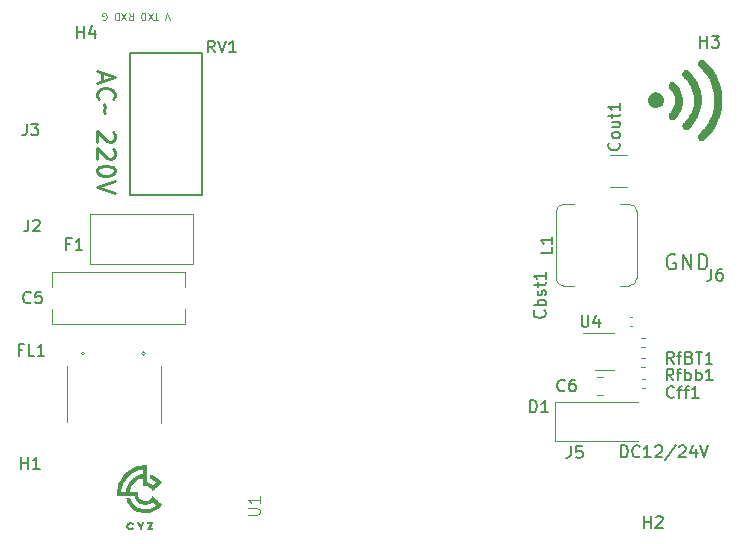
<source format=gbr>
%TF.GenerationSoftware,KiCad,Pcbnew,7.0.6*%
%TF.CreationDate,2023-10-13T10:01:51+08:00*%
%TF.ProjectId,86_BOX_PANEL,38365f42-4f58-45f5-9041-4e454c2e6b69,rev?*%
%TF.SameCoordinates,Original*%
%TF.FileFunction,Legend,Top*%
%TF.FilePolarity,Positive*%
%FSLAX46Y46*%
G04 Gerber Fmt 4.6, Leading zero omitted, Abs format (unit mm)*
G04 Created by KiCad (PCBNEW 7.0.6) date 2023-10-13 10:01:51*
%MOMM*%
%LPD*%
G01*
G04 APERTURE LIST*
%ADD10C,0.200000*%
%ADD11C,0.250000*%
%ADD12C,0.100000*%
%ADD13C,0.150000*%
%ADD14C,0.120000*%
G04 APERTURE END LIST*
D10*
X155676054Y-84982409D02*
X155552244Y-84920504D01*
X155552244Y-84920504D02*
X155366530Y-84920504D01*
X155366530Y-84920504D02*
X155180816Y-84982409D01*
X155180816Y-84982409D02*
X155057006Y-85106219D01*
X155057006Y-85106219D02*
X154995101Y-85230028D01*
X154995101Y-85230028D02*
X154933197Y-85477647D01*
X154933197Y-85477647D02*
X154933197Y-85663361D01*
X154933197Y-85663361D02*
X154995101Y-85910980D01*
X154995101Y-85910980D02*
X155057006Y-86034790D01*
X155057006Y-86034790D02*
X155180816Y-86158600D01*
X155180816Y-86158600D02*
X155366530Y-86220504D01*
X155366530Y-86220504D02*
X155490339Y-86220504D01*
X155490339Y-86220504D02*
X155676054Y-86158600D01*
X155676054Y-86158600D02*
X155737958Y-86096695D01*
X155737958Y-86096695D02*
X155737958Y-85663361D01*
X155737958Y-85663361D02*
X155490339Y-85663361D01*
X156295101Y-86220504D02*
X156295101Y-84920504D01*
X156295101Y-84920504D02*
X157037958Y-86220504D01*
X157037958Y-86220504D02*
X157037958Y-84920504D01*
X157657006Y-86220504D02*
X157657006Y-84920504D01*
X157657006Y-84920504D02*
X157966530Y-84920504D01*
X157966530Y-84920504D02*
X158152244Y-84982409D01*
X158152244Y-84982409D02*
X158276054Y-85106219D01*
X158276054Y-85106219D02*
X158337959Y-85230028D01*
X158337959Y-85230028D02*
X158399863Y-85477647D01*
X158399863Y-85477647D02*
X158399863Y-85663361D01*
X158399863Y-85663361D02*
X158337959Y-85910980D01*
X158337959Y-85910980D02*
X158276054Y-86034790D01*
X158276054Y-86034790D02*
X158152244Y-86158600D01*
X158152244Y-86158600D02*
X157966530Y-86220504D01*
X157966530Y-86220504D02*
X157657006Y-86220504D01*
D11*
X107135142Y-69580187D02*
X107135142Y-70294473D01*
X106706571Y-69437330D02*
X108206571Y-69937330D01*
X108206571Y-69937330D02*
X106706571Y-70437330D01*
X106849428Y-71794472D02*
X106778000Y-71723044D01*
X106778000Y-71723044D02*
X106706571Y-71508758D01*
X106706571Y-71508758D02*
X106706571Y-71365901D01*
X106706571Y-71365901D02*
X106778000Y-71151615D01*
X106778000Y-71151615D02*
X106920857Y-71008758D01*
X106920857Y-71008758D02*
X107063714Y-70937329D01*
X107063714Y-70937329D02*
X107349428Y-70865901D01*
X107349428Y-70865901D02*
X107563714Y-70865901D01*
X107563714Y-70865901D02*
X107849428Y-70937329D01*
X107849428Y-70937329D02*
X107992285Y-71008758D01*
X107992285Y-71008758D02*
X108135142Y-71151615D01*
X108135142Y-71151615D02*
X108206571Y-71365901D01*
X108206571Y-71365901D02*
X108206571Y-71508758D01*
X108206571Y-71508758D02*
X108135142Y-71723044D01*
X108135142Y-71723044D02*
X108063714Y-71794472D01*
X107278000Y-72223044D02*
X107349428Y-72294472D01*
X107349428Y-72294472D02*
X107420857Y-72437329D01*
X107420857Y-72437329D02*
X107278000Y-72723044D01*
X107278000Y-72723044D02*
X107349428Y-72865901D01*
X107349428Y-72865901D02*
X107420857Y-72937329D01*
X108063714Y-74580187D02*
X108135142Y-74651615D01*
X108135142Y-74651615D02*
X108206571Y-74794473D01*
X108206571Y-74794473D02*
X108206571Y-75151615D01*
X108206571Y-75151615D02*
X108135142Y-75294473D01*
X108135142Y-75294473D02*
X108063714Y-75365901D01*
X108063714Y-75365901D02*
X107920857Y-75437330D01*
X107920857Y-75437330D02*
X107778000Y-75437330D01*
X107778000Y-75437330D02*
X107563714Y-75365901D01*
X107563714Y-75365901D02*
X106706571Y-74508758D01*
X106706571Y-74508758D02*
X106706571Y-75437330D01*
X108063714Y-76008758D02*
X108135142Y-76080186D01*
X108135142Y-76080186D02*
X108206571Y-76223044D01*
X108206571Y-76223044D02*
X108206571Y-76580186D01*
X108206571Y-76580186D02*
X108135142Y-76723044D01*
X108135142Y-76723044D02*
X108063714Y-76794472D01*
X108063714Y-76794472D02*
X107920857Y-76865901D01*
X107920857Y-76865901D02*
X107778000Y-76865901D01*
X107778000Y-76865901D02*
X107563714Y-76794472D01*
X107563714Y-76794472D02*
X106706571Y-75937329D01*
X106706571Y-75937329D02*
X106706571Y-76865901D01*
X108206571Y-77794472D02*
X108206571Y-77937329D01*
X108206571Y-77937329D02*
X108135142Y-78080186D01*
X108135142Y-78080186D02*
X108063714Y-78151615D01*
X108063714Y-78151615D02*
X107920857Y-78223043D01*
X107920857Y-78223043D02*
X107635142Y-78294472D01*
X107635142Y-78294472D02*
X107278000Y-78294472D01*
X107278000Y-78294472D02*
X106992285Y-78223043D01*
X106992285Y-78223043D02*
X106849428Y-78151615D01*
X106849428Y-78151615D02*
X106778000Y-78080186D01*
X106778000Y-78080186D02*
X106706571Y-77937329D01*
X106706571Y-77937329D02*
X106706571Y-77794472D01*
X106706571Y-77794472D02*
X106778000Y-77651615D01*
X106778000Y-77651615D02*
X106849428Y-77580186D01*
X106849428Y-77580186D02*
X106992285Y-77508757D01*
X106992285Y-77508757D02*
X107278000Y-77437329D01*
X107278000Y-77437329D02*
X107635142Y-77437329D01*
X107635142Y-77437329D02*
X107920857Y-77508757D01*
X107920857Y-77508757D02*
X108063714Y-77580186D01*
X108063714Y-77580186D02*
X108135142Y-77651615D01*
X108135142Y-77651615D02*
X108206571Y-77794472D01*
X108206571Y-78723043D02*
X106706571Y-79223043D01*
X106706571Y-79223043D02*
X108206571Y-79723043D01*
D12*
X112871068Y-65108628D02*
X112671068Y-64508628D01*
X112671068Y-64508628D02*
X112471068Y-65108628D01*
X111899639Y-65108628D02*
X111556782Y-65108628D01*
X111728210Y-64508628D02*
X111728210Y-65108628D01*
X111413924Y-65108628D02*
X111013924Y-64508628D01*
X111013924Y-65108628D02*
X111413924Y-64508628D01*
X110785352Y-64508628D02*
X110785352Y-65108628D01*
X110785352Y-65108628D02*
X110642495Y-65108628D01*
X110642495Y-65108628D02*
X110556781Y-65080057D01*
X110556781Y-65080057D02*
X110499638Y-65022914D01*
X110499638Y-65022914D02*
X110471067Y-64965771D01*
X110471067Y-64965771D02*
X110442495Y-64851485D01*
X110442495Y-64851485D02*
X110442495Y-64765771D01*
X110442495Y-64765771D02*
X110471067Y-64651485D01*
X110471067Y-64651485D02*
X110499638Y-64594342D01*
X110499638Y-64594342D02*
X110556781Y-64537200D01*
X110556781Y-64537200D02*
X110642495Y-64508628D01*
X110642495Y-64508628D02*
X110785352Y-64508628D01*
X109385352Y-64508628D02*
X109585352Y-64794342D01*
X109728209Y-64508628D02*
X109728209Y-65108628D01*
X109728209Y-65108628D02*
X109499638Y-65108628D01*
X109499638Y-65108628D02*
X109442495Y-65080057D01*
X109442495Y-65080057D02*
X109413924Y-65051485D01*
X109413924Y-65051485D02*
X109385352Y-64994342D01*
X109385352Y-64994342D02*
X109385352Y-64908628D01*
X109385352Y-64908628D02*
X109413924Y-64851485D01*
X109413924Y-64851485D02*
X109442495Y-64822914D01*
X109442495Y-64822914D02*
X109499638Y-64794342D01*
X109499638Y-64794342D02*
X109728209Y-64794342D01*
X109185352Y-65108628D02*
X108785352Y-64508628D01*
X108785352Y-65108628D02*
X109185352Y-64508628D01*
X108556780Y-64508628D02*
X108556780Y-65108628D01*
X108556780Y-65108628D02*
X108413923Y-65108628D01*
X108413923Y-65108628D02*
X108328209Y-65080057D01*
X108328209Y-65080057D02*
X108271066Y-65022914D01*
X108271066Y-65022914D02*
X108242495Y-64965771D01*
X108242495Y-64965771D02*
X108213923Y-64851485D01*
X108213923Y-64851485D02*
X108213923Y-64765771D01*
X108213923Y-64765771D02*
X108242495Y-64651485D01*
X108242495Y-64651485D02*
X108271066Y-64594342D01*
X108271066Y-64594342D02*
X108328209Y-64537200D01*
X108328209Y-64537200D02*
X108413923Y-64508628D01*
X108413923Y-64508628D02*
X108556780Y-64508628D01*
X107185352Y-65080057D02*
X107242495Y-65108628D01*
X107242495Y-65108628D02*
X107328209Y-65108628D01*
X107328209Y-65108628D02*
X107413923Y-65080057D01*
X107413923Y-65080057D02*
X107471066Y-65022914D01*
X107471066Y-65022914D02*
X107499637Y-64965771D01*
X107499637Y-64965771D02*
X107528209Y-64851485D01*
X107528209Y-64851485D02*
X107528209Y-64765771D01*
X107528209Y-64765771D02*
X107499637Y-64651485D01*
X107499637Y-64651485D02*
X107471066Y-64594342D01*
X107471066Y-64594342D02*
X107413923Y-64537200D01*
X107413923Y-64537200D02*
X107328209Y-64508628D01*
X107328209Y-64508628D02*
X107271066Y-64508628D01*
X107271066Y-64508628D02*
X107185352Y-64537200D01*
X107185352Y-64537200D02*
X107156780Y-64565771D01*
X107156780Y-64565771D02*
X107156780Y-64765771D01*
X107156780Y-64765771D02*
X107271066Y-64765771D01*
D10*
X151083673Y-102117219D02*
X151083673Y-101117219D01*
X151083673Y-101117219D02*
X151321768Y-101117219D01*
X151321768Y-101117219D02*
X151464625Y-101164838D01*
X151464625Y-101164838D02*
X151559863Y-101260076D01*
X151559863Y-101260076D02*
X151607482Y-101355314D01*
X151607482Y-101355314D02*
X151655101Y-101545790D01*
X151655101Y-101545790D02*
X151655101Y-101688647D01*
X151655101Y-101688647D02*
X151607482Y-101879123D01*
X151607482Y-101879123D02*
X151559863Y-101974361D01*
X151559863Y-101974361D02*
X151464625Y-102069600D01*
X151464625Y-102069600D02*
X151321768Y-102117219D01*
X151321768Y-102117219D02*
X151083673Y-102117219D01*
X152655101Y-102021980D02*
X152607482Y-102069600D01*
X152607482Y-102069600D02*
X152464625Y-102117219D01*
X152464625Y-102117219D02*
X152369387Y-102117219D01*
X152369387Y-102117219D02*
X152226530Y-102069600D01*
X152226530Y-102069600D02*
X152131292Y-101974361D01*
X152131292Y-101974361D02*
X152083673Y-101879123D01*
X152083673Y-101879123D02*
X152036054Y-101688647D01*
X152036054Y-101688647D02*
X152036054Y-101545790D01*
X152036054Y-101545790D02*
X152083673Y-101355314D01*
X152083673Y-101355314D02*
X152131292Y-101260076D01*
X152131292Y-101260076D02*
X152226530Y-101164838D01*
X152226530Y-101164838D02*
X152369387Y-101117219D01*
X152369387Y-101117219D02*
X152464625Y-101117219D01*
X152464625Y-101117219D02*
X152607482Y-101164838D01*
X152607482Y-101164838D02*
X152655101Y-101212457D01*
X153607482Y-102117219D02*
X153036054Y-102117219D01*
X153321768Y-102117219D02*
X153321768Y-101117219D01*
X153321768Y-101117219D02*
X153226530Y-101260076D01*
X153226530Y-101260076D02*
X153131292Y-101355314D01*
X153131292Y-101355314D02*
X153036054Y-101402933D01*
X153988435Y-101212457D02*
X154036054Y-101164838D01*
X154036054Y-101164838D02*
X154131292Y-101117219D01*
X154131292Y-101117219D02*
X154369387Y-101117219D01*
X154369387Y-101117219D02*
X154464625Y-101164838D01*
X154464625Y-101164838D02*
X154512244Y-101212457D01*
X154512244Y-101212457D02*
X154559863Y-101307695D01*
X154559863Y-101307695D02*
X154559863Y-101402933D01*
X154559863Y-101402933D02*
X154512244Y-101545790D01*
X154512244Y-101545790D02*
X153940816Y-102117219D01*
X153940816Y-102117219D02*
X154559863Y-102117219D01*
X155702720Y-101069600D02*
X154845578Y-102355314D01*
X155988435Y-101212457D02*
X156036054Y-101164838D01*
X156036054Y-101164838D02*
X156131292Y-101117219D01*
X156131292Y-101117219D02*
X156369387Y-101117219D01*
X156369387Y-101117219D02*
X156464625Y-101164838D01*
X156464625Y-101164838D02*
X156512244Y-101212457D01*
X156512244Y-101212457D02*
X156559863Y-101307695D01*
X156559863Y-101307695D02*
X156559863Y-101402933D01*
X156559863Y-101402933D02*
X156512244Y-101545790D01*
X156512244Y-101545790D02*
X155940816Y-102117219D01*
X155940816Y-102117219D02*
X156559863Y-102117219D01*
X157417006Y-101450552D02*
X157417006Y-102117219D01*
X157178911Y-101069600D02*
X156940816Y-101783885D01*
X156940816Y-101783885D02*
X157559863Y-101783885D01*
X157797959Y-101117219D02*
X158131292Y-102117219D01*
X158131292Y-102117219D02*
X158464625Y-101117219D01*
D13*
X144593580Y-89689524D02*
X144641200Y-89737143D01*
X144641200Y-89737143D02*
X144688819Y-89880000D01*
X144688819Y-89880000D02*
X144688819Y-89975238D01*
X144688819Y-89975238D02*
X144641200Y-90118095D01*
X144641200Y-90118095D02*
X144545961Y-90213333D01*
X144545961Y-90213333D02*
X144450723Y-90260952D01*
X144450723Y-90260952D02*
X144260247Y-90308571D01*
X144260247Y-90308571D02*
X144117390Y-90308571D01*
X144117390Y-90308571D02*
X143926914Y-90260952D01*
X143926914Y-90260952D02*
X143831676Y-90213333D01*
X143831676Y-90213333D02*
X143736438Y-90118095D01*
X143736438Y-90118095D02*
X143688819Y-89975238D01*
X143688819Y-89975238D02*
X143688819Y-89880000D01*
X143688819Y-89880000D02*
X143736438Y-89737143D01*
X143736438Y-89737143D02*
X143784057Y-89689524D01*
X144688819Y-89260952D02*
X143688819Y-89260952D01*
X144069771Y-89260952D02*
X144022152Y-89165714D01*
X144022152Y-89165714D02*
X144022152Y-88975238D01*
X144022152Y-88975238D02*
X144069771Y-88880000D01*
X144069771Y-88880000D02*
X144117390Y-88832381D01*
X144117390Y-88832381D02*
X144212628Y-88784762D01*
X144212628Y-88784762D02*
X144498342Y-88784762D01*
X144498342Y-88784762D02*
X144593580Y-88832381D01*
X144593580Y-88832381D02*
X144641200Y-88880000D01*
X144641200Y-88880000D02*
X144688819Y-88975238D01*
X144688819Y-88975238D02*
X144688819Y-89165714D01*
X144688819Y-89165714D02*
X144641200Y-89260952D01*
X144641200Y-88403809D02*
X144688819Y-88308571D01*
X144688819Y-88308571D02*
X144688819Y-88118095D01*
X144688819Y-88118095D02*
X144641200Y-88022857D01*
X144641200Y-88022857D02*
X144545961Y-87975238D01*
X144545961Y-87975238D02*
X144498342Y-87975238D01*
X144498342Y-87975238D02*
X144403104Y-88022857D01*
X144403104Y-88022857D02*
X144355485Y-88118095D01*
X144355485Y-88118095D02*
X144355485Y-88260952D01*
X144355485Y-88260952D02*
X144307866Y-88356190D01*
X144307866Y-88356190D02*
X144212628Y-88403809D01*
X144212628Y-88403809D02*
X144165009Y-88403809D01*
X144165009Y-88403809D02*
X144069771Y-88356190D01*
X144069771Y-88356190D02*
X144022152Y-88260952D01*
X144022152Y-88260952D02*
X144022152Y-88118095D01*
X144022152Y-88118095D02*
X144069771Y-88022857D01*
X144022152Y-87689523D02*
X144022152Y-87308571D01*
X143688819Y-87546666D02*
X144545961Y-87546666D01*
X144545961Y-87546666D02*
X144641200Y-87499047D01*
X144641200Y-87499047D02*
X144688819Y-87403809D01*
X144688819Y-87403809D02*
X144688819Y-87308571D01*
X144688819Y-86451428D02*
X144688819Y-87022856D01*
X144688819Y-86737142D02*
X143688819Y-86737142D01*
X143688819Y-86737142D02*
X143831676Y-86832380D01*
X143831676Y-86832380D02*
X143926914Y-86927618D01*
X143926914Y-86927618D02*
X143974533Y-87022856D01*
X101093333Y-88989580D02*
X101045714Y-89037200D01*
X101045714Y-89037200D02*
X100902857Y-89084819D01*
X100902857Y-89084819D02*
X100807619Y-89084819D01*
X100807619Y-89084819D02*
X100664762Y-89037200D01*
X100664762Y-89037200D02*
X100569524Y-88941961D01*
X100569524Y-88941961D02*
X100521905Y-88846723D01*
X100521905Y-88846723D02*
X100474286Y-88656247D01*
X100474286Y-88656247D02*
X100474286Y-88513390D01*
X100474286Y-88513390D02*
X100521905Y-88322914D01*
X100521905Y-88322914D02*
X100569524Y-88227676D01*
X100569524Y-88227676D02*
X100664762Y-88132438D01*
X100664762Y-88132438D02*
X100807619Y-88084819D01*
X100807619Y-88084819D02*
X100902857Y-88084819D01*
X100902857Y-88084819D02*
X101045714Y-88132438D01*
X101045714Y-88132438D02*
X101093333Y-88180057D01*
X101998095Y-88084819D02*
X101521905Y-88084819D01*
X101521905Y-88084819D02*
X101474286Y-88561009D01*
X101474286Y-88561009D02*
X101521905Y-88513390D01*
X101521905Y-88513390D02*
X101617143Y-88465771D01*
X101617143Y-88465771D02*
X101855238Y-88465771D01*
X101855238Y-88465771D02*
X101950476Y-88513390D01*
X101950476Y-88513390D02*
X101998095Y-88561009D01*
X101998095Y-88561009D02*
X102045714Y-88656247D01*
X102045714Y-88656247D02*
X102045714Y-88894342D01*
X102045714Y-88894342D02*
X101998095Y-88989580D01*
X101998095Y-88989580D02*
X101950476Y-89037200D01*
X101950476Y-89037200D02*
X101855238Y-89084819D01*
X101855238Y-89084819D02*
X101617143Y-89084819D01*
X101617143Y-89084819D02*
X101521905Y-89037200D01*
X101521905Y-89037200D02*
X101474286Y-88989580D01*
X155530666Y-94194819D02*
X155197333Y-93718628D01*
X154959238Y-94194819D02*
X154959238Y-93194819D01*
X154959238Y-93194819D02*
X155340190Y-93194819D01*
X155340190Y-93194819D02*
X155435428Y-93242438D01*
X155435428Y-93242438D02*
X155483047Y-93290057D01*
X155483047Y-93290057D02*
X155530666Y-93385295D01*
X155530666Y-93385295D02*
X155530666Y-93528152D01*
X155530666Y-93528152D02*
X155483047Y-93623390D01*
X155483047Y-93623390D02*
X155435428Y-93671009D01*
X155435428Y-93671009D02*
X155340190Y-93718628D01*
X155340190Y-93718628D02*
X154959238Y-93718628D01*
X155816381Y-93528152D02*
X156197333Y-93528152D01*
X155959238Y-94194819D02*
X155959238Y-93337676D01*
X155959238Y-93337676D02*
X156006857Y-93242438D01*
X156006857Y-93242438D02*
X156102095Y-93194819D01*
X156102095Y-93194819D02*
X156197333Y-93194819D01*
X156864000Y-93671009D02*
X157006857Y-93718628D01*
X157006857Y-93718628D02*
X157054476Y-93766247D01*
X157054476Y-93766247D02*
X157102095Y-93861485D01*
X157102095Y-93861485D02*
X157102095Y-94004342D01*
X157102095Y-94004342D02*
X157054476Y-94099580D01*
X157054476Y-94099580D02*
X157006857Y-94147200D01*
X157006857Y-94147200D02*
X156911619Y-94194819D01*
X156911619Y-94194819D02*
X156530667Y-94194819D01*
X156530667Y-94194819D02*
X156530667Y-93194819D01*
X156530667Y-93194819D02*
X156864000Y-93194819D01*
X156864000Y-93194819D02*
X156959238Y-93242438D01*
X156959238Y-93242438D02*
X157006857Y-93290057D01*
X157006857Y-93290057D02*
X157054476Y-93385295D01*
X157054476Y-93385295D02*
X157054476Y-93480533D01*
X157054476Y-93480533D02*
X157006857Y-93575771D01*
X157006857Y-93575771D02*
X156959238Y-93623390D01*
X156959238Y-93623390D02*
X156864000Y-93671009D01*
X156864000Y-93671009D02*
X156530667Y-93671009D01*
X157387810Y-93194819D02*
X157959238Y-93194819D01*
X157673524Y-94194819D02*
X157673524Y-93194819D01*
X158816381Y-94194819D02*
X158244953Y-94194819D01*
X158530667Y-94194819D02*
X158530667Y-93194819D01*
X158530667Y-93194819D02*
X158435429Y-93337676D01*
X158435429Y-93337676D02*
X158340191Y-93432914D01*
X158340191Y-93432914D02*
X158244953Y-93480533D01*
X158720666Y-86154819D02*
X158720666Y-86869104D01*
X158720666Y-86869104D02*
X158673047Y-87011961D01*
X158673047Y-87011961D02*
X158577809Y-87107200D01*
X158577809Y-87107200D02*
X158434952Y-87154819D01*
X158434952Y-87154819D02*
X158339714Y-87154819D01*
X159625428Y-86154819D02*
X159434952Y-86154819D01*
X159434952Y-86154819D02*
X159339714Y-86202438D01*
X159339714Y-86202438D02*
X159292095Y-86250057D01*
X159292095Y-86250057D02*
X159196857Y-86392914D01*
X159196857Y-86392914D02*
X159149238Y-86583390D01*
X159149238Y-86583390D02*
X159149238Y-86964342D01*
X159149238Y-86964342D02*
X159196857Y-87059580D01*
X159196857Y-87059580D02*
X159244476Y-87107200D01*
X159244476Y-87107200D02*
X159339714Y-87154819D01*
X159339714Y-87154819D02*
X159530190Y-87154819D01*
X159530190Y-87154819D02*
X159625428Y-87107200D01*
X159625428Y-87107200D02*
X159673047Y-87059580D01*
X159673047Y-87059580D02*
X159720666Y-86964342D01*
X159720666Y-86964342D02*
X159720666Y-86726247D01*
X159720666Y-86726247D02*
X159673047Y-86631009D01*
X159673047Y-86631009D02*
X159625428Y-86583390D01*
X159625428Y-86583390D02*
X159530190Y-86535771D01*
X159530190Y-86535771D02*
X159339714Y-86535771D01*
X159339714Y-86535771D02*
X159244476Y-86583390D01*
X159244476Y-86583390D02*
X159196857Y-86631009D01*
X159196857Y-86631009D02*
X159149238Y-86726247D01*
X143395905Y-98294819D02*
X143395905Y-97294819D01*
X143395905Y-97294819D02*
X143634000Y-97294819D01*
X143634000Y-97294819D02*
X143776857Y-97342438D01*
X143776857Y-97342438D02*
X143872095Y-97437676D01*
X143872095Y-97437676D02*
X143919714Y-97532914D01*
X143919714Y-97532914D02*
X143967333Y-97723390D01*
X143967333Y-97723390D02*
X143967333Y-97866247D01*
X143967333Y-97866247D02*
X143919714Y-98056723D01*
X143919714Y-98056723D02*
X143872095Y-98151961D01*
X143872095Y-98151961D02*
X143776857Y-98247200D01*
X143776857Y-98247200D02*
X143634000Y-98294819D01*
X143634000Y-98294819D02*
X143395905Y-98294819D01*
X144919714Y-98294819D02*
X144348286Y-98294819D01*
X144634000Y-98294819D02*
X144634000Y-97294819D01*
X144634000Y-97294819D02*
X144538762Y-97437676D01*
X144538762Y-97437676D02*
X144443524Y-97532914D01*
X144443524Y-97532914D02*
X144348286Y-97580533D01*
X105032095Y-66594819D02*
X105032095Y-65594819D01*
X105032095Y-66071009D02*
X105603523Y-66071009D01*
X105603523Y-66594819D02*
X105603523Y-65594819D01*
X106508285Y-65928152D02*
X106508285Y-66594819D01*
X106270190Y-65547200D02*
X106032095Y-66261485D01*
X106032095Y-66261485D02*
X106651142Y-66261485D01*
X150903580Y-75497143D02*
X150951200Y-75544762D01*
X150951200Y-75544762D02*
X150998819Y-75687619D01*
X150998819Y-75687619D02*
X150998819Y-75782857D01*
X150998819Y-75782857D02*
X150951200Y-75925714D01*
X150951200Y-75925714D02*
X150855961Y-76020952D01*
X150855961Y-76020952D02*
X150760723Y-76068571D01*
X150760723Y-76068571D02*
X150570247Y-76116190D01*
X150570247Y-76116190D02*
X150427390Y-76116190D01*
X150427390Y-76116190D02*
X150236914Y-76068571D01*
X150236914Y-76068571D02*
X150141676Y-76020952D01*
X150141676Y-76020952D02*
X150046438Y-75925714D01*
X150046438Y-75925714D02*
X149998819Y-75782857D01*
X149998819Y-75782857D02*
X149998819Y-75687619D01*
X149998819Y-75687619D02*
X150046438Y-75544762D01*
X150046438Y-75544762D02*
X150094057Y-75497143D01*
X150998819Y-74925714D02*
X150951200Y-75020952D01*
X150951200Y-75020952D02*
X150903580Y-75068571D01*
X150903580Y-75068571D02*
X150808342Y-75116190D01*
X150808342Y-75116190D02*
X150522628Y-75116190D01*
X150522628Y-75116190D02*
X150427390Y-75068571D01*
X150427390Y-75068571D02*
X150379771Y-75020952D01*
X150379771Y-75020952D02*
X150332152Y-74925714D01*
X150332152Y-74925714D02*
X150332152Y-74782857D01*
X150332152Y-74782857D02*
X150379771Y-74687619D01*
X150379771Y-74687619D02*
X150427390Y-74640000D01*
X150427390Y-74640000D02*
X150522628Y-74592381D01*
X150522628Y-74592381D02*
X150808342Y-74592381D01*
X150808342Y-74592381D02*
X150903580Y-74640000D01*
X150903580Y-74640000D02*
X150951200Y-74687619D01*
X150951200Y-74687619D02*
X150998819Y-74782857D01*
X150998819Y-74782857D02*
X150998819Y-74925714D01*
X150332152Y-73735238D02*
X150998819Y-73735238D01*
X150332152Y-74163809D02*
X150855961Y-74163809D01*
X150855961Y-74163809D02*
X150951200Y-74116190D01*
X150951200Y-74116190D02*
X150998819Y-74020952D01*
X150998819Y-74020952D02*
X150998819Y-73878095D01*
X150998819Y-73878095D02*
X150951200Y-73782857D01*
X150951200Y-73782857D02*
X150903580Y-73735238D01*
X150332152Y-73401904D02*
X150332152Y-73020952D01*
X149998819Y-73259047D02*
X150855961Y-73259047D01*
X150855961Y-73259047D02*
X150951200Y-73211428D01*
X150951200Y-73211428D02*
X150998819Y-73116190D01*
X150998819Y-73116190D02*
X150998819Y-73020952D01*
X150998819Y-72163809D02*
X150998819Y-72735237D01*
X150998819Y-72449523D02*
X149998819Y-72449523D01*
X149998819Y-72449523D02*
X150141676Y-72544761D01*
X150141676Y-72544761D02*
X150236914Y-72639999D01*
X150236914Y-72639999D02*
X150284533Y-72735237D01*
X155569404Y-96989580D02*
X155521785Y-97037200D01*
X155521785Y-97037200D02*
X155378928Y-97084819D01*
X155378928Y-97084819D02*
X155283690Y-97084819D01*
X155283690Y-97084819D02*
X155140833Y-97037200D01*
X155140833Y-97037200D02*
X155045595Y-96941961D01*
X155045595Y-96941961D02*
X154997976Y-96846723D01*
X154997976Y-96846723D02*
X154950357Y-96656247D01*
X154950357Y-96656247D02*
X154950357Y-96513390D01*
X154950357Y-96513390D02*
X154997976Y-96322914D01*
X154997976Y-96322914D02*
X155045595Y-96227676D01*
X155045595Y-96227676D02*
X155140833Y-96132438D01*
X155140833Y-96132438D02*
X155283690Y-96084819D01*
X155283690Y-96084819D02*
X155378928Y-96084819D01*
X155378928Y-96084819D02*
X155521785Y-96132438D01*
X155521785Y-96132438D02*
X155569404Y-96180057D01*
X155855119Y-96418152D02*
X156236071Y-96418152D01*
X155997976Y-97084819D02*
X155997976Y-96227676D01*
X155997976Y-96227676D02*
X156045595Y-96132438D01*
X156045595Y-96132438D02*
X156140833Y-96084819D01*
X156140833Y-96084819D02*
X156236071Y-96084819D01*
X156426548Y-96418152D02*
X156807500Y-96418152D01*
X156569405Y-97084819D02*
X156569405Y-96227676D01*
X156569405Y-96227676D02*
X156617024Y-96132438D01*
X156617024Y-96132438D02*
X156712262Y-96084819D01*
X156712262Y-96084819D02*
X156807500Y-96084819D01*
X157664643Y-97084819D02*
X157093215Y-97084819D01*
X157378929Y-97084819D02*
X157378929Y-96084819D01*
X157378929Y-96084819D02*
X157283691Y-96227676D01*
X157283691Y-96227676D02*
X157188453Y-96322914D01*
X157188453Y-96322914D02*
X157093215Y-96370533D01*
X100282095Y-103094819D02*
X100282095Y-102094819D01*
X100282095Y-102571009D02*
X100853523Y-102571009D01*
X100853523Y-103094819D02*
X100853523Y-102094819D01*
X101853523Y-103094819D02*
X101282095Y-103094819D01*
X101567809Y-103094819D02*
X101567809Y-102094819D01*
X101567809Y-102094819D02*
X101472571Y-102237676D01*
X101472571Y-102237676D02*
X101377333Y-102332914D01*
X101377333Y-102332914D02*
X101282095Y-102380533D01*
X145264819Y-84321666D02*
X145264819Y-84797856D01*
X145264819Y-84797856D02*
X144264819Y-84797856D01*
X145264819Y-83464523D02*
X145264819Y-84035951D01*
X145264819Y-83750237D02*
X144264819Y-83750237D01*
X144264819Y-83750237D02*
X144407676Y-83845475D01*
X144407676Y-83845475D02*
X144502914Y-83940713D01*
X144502914Y-83940713D02*
X144550533Y-84035951D01*
X100760666Y-73874819D02*
X100760666Y-74589104D01*
X100760666Y-74589104D02*
X100713047Y-74731961D01*
X100713047Y-74731961D02*
X100617809Y-74827200D01*
X100617809Y-74827200D02*
X100474952Y-74874819D01*
X100474952Y-74874819D02*
X100379714Y-74874819D01*
X101141619Y-73874819D02*
X101760666Y-73874819D01*
X101760666Y-73874819D02*
X101427333Y-74255771D01*
X101427333Y-74255771D02*
X101570190Y-74255771D01*
X101570190Y-74255771D02*
X101665428Y-74303390D01*
X101665428Y-74303390D02*
X101713047Y-74351009D01*
X101713047Y-74351009D02*
X101760666Y-74446247D01*
X101760666Y-74446247D02*
X101760666Y-74684342D01*
X101760666Y-74684342D02*
X101713047Y-74779580D01*
X101713047Y-74779580D02*
X101665428Y-74827200D01*
X101665428Y-74827200D02*
X101570190Y-74874819D01*
X101570190Y-74874819D02*
X101284476Y-74874819D01*
X101284476Y-74874819D02*
X101189238Y-74827200D01*
X101189238Y-74827200D02*
X101141619Y-74779580D01*
X100890666Y-81994819D02*
X100890666Y-82709104D01*
X100890666Y-82709104D02*
X100843047Y-82851961D01*
X100843047Y-82851961D02*
X100747809Y-82947200D01*
X100747809Y-82947200D02*
X100604952Y-82994819D01*
X100604952Y-82994819D02*
X100509714Y-82994819D01*
X101319238Y-82090057D02*
X101366857Y-82042438D01*
X101366857Y-82042438D02*
X101462095Y-81994819D01*
X101462095Y-81994819D02*
X101700190Y-81994819D01*
X101700190Y-81994819D02*
X101795428Y-82042438D01*
X101795428Y-82042438D02*
X101843047Y-82090057D01*
X101843047Y-82090057D02*
X101890666Y-82185295D01*
X101890666Y-82185295D02*
X101890666Y-82280533D01*
X101890666Y-82280533D02*
X101843047Y-82423390D01*
X101843047Y-82423390D02*
X101271619Y-82994819D01*
X101271619Y-82994819D02*
X101890666Y-82994819D01*
X155516856Y-95614819D02*
X155183523Y-95138628D01*
X154945428Y-95614819D02*
X154945428Y-94614819D01*
X154945428Y-94614819D02*
X155326380Y-94614819D01*
X155326380Y-94614819D02*
X155421618Y-94662438D01*
X155421618Y-94662438D02*
X155469237Y-94710057D01*
X155469237Y-94710057D02*
X155516856Y-94805295D01*
X155516856Y-94805295D02*
X155516856Y-94948152D01*
X155516856Y-94948152D02*
X155469237Y-95043390D01*
X155469237Y-95043390D02*
X155421618Y-95091009D01*
X155421618Y-95091009D02*
X155326380Y-95138628D01*
X155326380Y-95138628D02*
X154945428Y-95138628D01*
X155802571Y-94948152D02*
X156183523Y-94948152D01*
X155945428Y-95614819D02*
X155945428Y-94757676D01*
X155945428Y-94757676D02*
X155993047Y-94662438D01*
X155993047Y-94662438D02*
X156088285Y-94614819D01*
X156088285Y-94614819D02*
X156183523Y-94614819D01*
X156516857Y-95614819D02*
X156516857Y-94614819D01*
X156516857Y-94995771D02*
X156612095Y-94948152D01*
X156612095Y-94948152D02*
X156802571Y-94948152D01*
X156802571Y-94948152D02*
X156897809Y-94995771D01*
X156897809Y-94995771D02*
X156945428Y-95043390D01*
X156945428Y-95043390D02*
X156993047Y-95138628D01*
X156993047Y-95138628D02*
X156993047Y-95424342D01*
X156993047Y-95424342D02*
X156945428Y-95519580D01*
X156945428Y-95519580D02*
X156897809Y-95567200D01*
X156897809Y-95567200D02*
X156802571Y-95614819D01*
X156802571Y-95614819D02*
X156612095Y-95614819D01*
X156612095Y-95614819D02*
X156516857Y-95567200D01*
X157421619Y-95614819D02*
X157421619Y-94614819D01*
X157421619Y-94995771D02*
X157516857Y-94948152D01*
X157516857Y-94948152D02*
X157707333Y-94948152D01*
X157707333Y-94948152D02*
X157802571Y-94995771D01*
X157802571Y-94995771D02*
X157850190Y-95043390D01*
X157850190Y-95043390D02*
X157897809Y-95138628D01*
X157897809Y-95138628D02*
X157897809Y-95424342D01*
X157897809Y-95424342D02*
X157850190Y-95519580D01*
X157850190Y-95519580D02*
X157802571Y-95567200D01*
X157802571Y-95567200D02*
X157707333Y-95614819D01*
X157707333Y-95614819D02*
X157516857Y-95614819D01*
X157516857Y-95614819D02*
X157421619Y-95567200D01*
X158850190Y-95614819D02*
X158278762Y-95614819D01*
X158564476Y-95614819D02*
X158564476Y-94614819D01*
X158564476Y-94614819D02*
X158469238Y-94757676D01*
X158469238Y-94757676D02*
X158374000Y-94852914D01*
X158374000Y-94852914D02*
X158278762Y-94900533D01*
X146313333Y-96449580D02*
X146265714Y-96497200D01*
X146265714Y-96497200D02*
X146122857Y-96544819D01*
X146122857Y-96544819D02*
X146027619Y-96544819D01*
X146027619Y-96544819D02*
X145884762Y-96497200D01*
X145884762Y-96497200D02*
X145789524Y-96401961D01*
X145789524Y-96401961D02*
X145741905Y-96306723D01*
X145741905Y-96306723D02*
X145694286Y-96116247D01*
X145694286Y-96116247D02*
X145694286Y-95973390D01*
X145694286Y-95973390D02*
X145741905Y-95782914D01*
X145741905Y-95782914D02*
X145789524Y-95687676D01*
X145789524Y-95687676D02*
X145884762Y-95592438D01*
X145884762Y-95592438D02*
X146027619Y-95544819D01*
X146027619Y-95544819D02*
X146122857Y-95544819D01*
X146122857Y-95544819D02*
X146265714Y-95592438D01*
X146265714Y-95592438D02*
X146313333Y-95640057D01*
X147170476Y-95544819D02*
X146980000Y-95544819D01*
X146980000Y-95544819D02*
X146884762Y-95592438D01*
X146884762Y-95592438D02*
X146837143Y-95640057D01*
X146837143Y-95640057D02*
X146741905Y-95782914D01*
X146741905Y-95782914D02*
X146694286Y-95973390D01*
X146694286Y-95973390D02*
X146694286Y-96354342D01*
X146694286Y-96354342D02*
X146741905Y-96449580D01*
X146741905Y-96449580D02*
X146789524Y-96497200D01*
X146789524Y-96497200D02*
X146884762Y-96544819D01*
X146884762Y-96544819D02*
X147075238Y-96544819D01*
X147075238Y-96544819D02*
X147170476Y-96497200D01*
X147170476Y-96497200D02*
X147218095Y-96449580D01*
X147218095Y-96449580D02*
X147265714Y-96354342D01*
X147265714Y-96354342D02*
X147265714Y-96116247D01*
X147265714Y-96116247D02*
X147218095Y-96021009D01*
X147218095Y-96021009D02*
X147170476Y-95973390D01*
X147170476Y-95973390D02*
X147075238Y-95925771D01*
X147075238Y-95925771D02*
X146884762Y-95925771D01*
X146884762Y-95925771D02*
X146789524Y-95973390D01*
X146789524Y-95973390D02*
X146741905Y-96021009D01*
X146741905Y-96021009D02*
X146694286Y-96116247D01*
X100405904Y-93011009D02*
X100072571Y-93011009D01*
X100072571Y-93534819D02*
X100072571Y-92534819D01*
X100072571Y-92534819D02*
X100548761Y-92534819D01*
X101405904Y-93534819D02*
X100929714Y-93534819D01*
X100929714Y-93534819D02*
X100929714Y-92534819D01*
X102263047Y-93534819D02*
X101691619Y-93534819D01*
X101977333Y-93534819D02*
X101977333Y-92534819D01*
X101977333Y-92534819D02*
X101882095Y-92677676D01*
X101882095Y-92677676D02*
X101786857Y-92772914D01*
X101786857Y-92772914D02*
X101691619Y-92820533D01*
X153032095Y-108094819D02*
X153032095Y-107094819D01*
X153032095Y-107571009D02*
X153603523Y-107571009D01*
X153603523Y-108094819D02*
X153603523Y-107094819D01*
X154032095Y-107190057D02*
X154079714Y-107142438D01*
X154079714Y-107142438D02*
X154174952Y-107094819D01*
X154174952Y-107094819D02*
X154413047Y-107094819D01*
X154413047Y-107094819D02*
X154508285Y-107142438D01*
X154508285Y-107142438D02*
X154555904Y-107190057D01*
X154555904Y-107190057D02*
X154603523Y-107285295D01*
X154603523Y-107285295D02*
X154603523Y-107380533D01*
X154603523Y-107380533D02*
X154555904Y-107523390D01*
X154555904Y-107523390D02*
X153984476Y-108094819D01*
X153984476Y-108094819D02*
X154603523Y-108094819D01*
X116664761Y-67834819D02*
X116331428Y-67358628D01*
X116093333Y-67834819D02*
X116093333Y-66834819D01*
X116093333Y-66834819D02*
X116474285Y-66834819D01*
X116474285Y-66834819D02*
X116569523Y-66882438D01*
X116569523Y-66882438D02*
X116617142Y-66930057D01*
X116617142Y-66930057D02*
X116664761Y-67025295D01*
X116664761Y-67025295D02*
X116664761Y-67168152D01*
X116664761Y-67168152D02*
X116617142Y-67263390D01*
X116617142Y-67263390D02*
X116569523Y-67311009D01*
X116569523Y-67311009D02*
X116474285Y-67358628D01*
X116474285Y-67358628D02*
X116093333Y-67358628D01*
X116950476Y-66834819D02*
X117283809Y-67834819D01*
X117283809Y-67834819D02*
X117617142Y-66834819D01*
X118474285Y-67834819D02*
X117902857Y-67834819D01*
X118188571Y-67834819D02*
X118188571Y-66834819D01*
X118188571Y-66834819D02*
X118093333Y-66977676D01*
X118093333Y-66977676D02*
X117998095Y-67072914D01*
X117998095Y-67072914D02*
X117902857Y-67120533D01*
X157798095Y-67434819D02*
X157798095Y-66434819D01*
X157798095Y-66911009D02*
X158369523Y-66911009D01*
X158369523Y-67434819D02*
X158369523Y-66434819D01*
X158750476Y-66434819D02*
X159369523Y-66434819D01*
X159369523Y-66434819D02*
X159036190Y-66815771D01*
X159036190Y-66815771D02*
X159179047Y-66815771D01*
X159179047Y-66815771D02*
X159274285Y-66863390D01*
X159274285Y-66863390D02*
X159321904Y-66911009D01*
X159321904Y-66911009D02*
X159369523Y-67006247D01*
X159369523Y-67006247D02*
X159369523Y-67244342D01*
X159369523Y-67244342D02*
X159321904Y-67339580D01*
X159321904Y-67339580D02*
X159274285Y-67387200D01*
X159274285Y-67387200D02*
X159179047Y-67434819D01*
X159179047Y-67434819D02*
X158893333Y-67434819D01*
X158893333Y-67434819D02*
X158798095Y-67387200D01*
X158798095Y-67387200D02*
X158750476Y-67339580D01*
X146830666Y-101184819D02*
X146830666Y-101899104D01*
X146830666Y-101899104D02*
X146783047Y-102041961D01*
X146783047Y-102041961D02*
X146687809Y-102137200D01*
X146687809Y-102137200D02*
X146544952Y-102184819D01*
X146544952Y-102184819D02*
X146449714Y-102184819D01*
X147783047Y-101184819D02*
X147306857Y-101184819D01*
X147306857Y-101184819D02*
X147259238Y-101661009D01*
X147259238Y-101661009D02*
X147306857Y-101613390D01*
X147306857Y-101613390D02*
X147402095Y-101565771D01*
X147402095Y-101565771D02*
X147640190Y-101565771D01*
X147640190Y-101565771D02*
X147735428Y-101613390D01*
X147735428Y-101613390D02*
X147783047Y-101661009D01*
X147783047Y-101661009D02*
X147830666Y-101756247D01*
X147830666Y-101756247D02*
X147830666Y-101994342D01*
X147830666Y-101994342D02*
X147783047Y-102089580D01*
X147783047Y-102089580D02*
X147735428Y-102137200D01*
X147735428Y-102137200D02*
X147640190Y-102184819D01*
X147640190Y-102184819D02*
X147402095Y-102184819D01*
X147402095Y-102184819D02*
X147306857Y-102137200D01*
X147306857Y-102137200D02*
X147259238Y-102089580D01*
X104426666Y-84061009D02*
X104093333Y-84061009D01*
X104093333Y-84584819D02*
X104093333Y-83584819D01*
X104093333Y-83584819D02*
X104569523Y-83584819D01*
X105474285Y-84584819D02*
X104902857Y-84584819D01*
X105188571Y-84584819D02*
X105188571Y-83584819D01*
X105188571Y-83584819D02*
X105093333Y-83727676D01*
X105093333Y-83727676D02*
X104998095Y-83822914D01*
X104998095Y-83822914D02*
X104902857Y-83870533D01*
X147748095Y-90084819D02*
X147748095Y-90894342D01*
X147748095Y-90894342D02*
X147795714Y-90989580D01*
X147795714Y-90989580D02*
X147843333Y-91037200D01*
X147843333Y-91037200D02*
X147938571Y-91084819D01*
X147938571Y-91084819D02*
X148129047Y-91084819D01*
X148129047Y-91084819D02*
X148224285Y-91037200D01*
X148224285Y-91037200D02*
X148271904Y-90989580D01*
X148271904Y-90989580D02*
X148319523Y-90894342D01*
X148319523Y-90894342D02*
X148319523Y-90084819D01*
X149224285Y-90418152D02*
X149224285Y-91084819D01*
X148986190Y-90037200D02*
X148748095Y-90751485D01*
X148748095Y-90751485D02*
X149367142Y-90751485D01*
D12*
X119477419Y-106981904D02*
X120286942Y-106981904D01*
X120286942Y-106981904D02*
X120382180Y-106934285D01*
X120382180Y-106934285D02*
X120429800Y-106886666D01*
X120429800Y-106886666D02*
X120477419Y-106791428D01*
X120477419Y-106791428D02*
X120477419Y-106600952D01*
X120477419Y-106600952D02*
X120429800Y-106505714D01*
X120429800Y-106505714D02*
X120382180Y-106458095D01*
X120382180Y-106458095D02*
X120286942Y-106410476D01*
X120286942Y-106410476D02*
X119477419Y-106410476D01*
X120477419Y-105410476D02*
X120477419Y-105981904D01*
X120477419Y-105696190D02*
X119477419Y-105696190D01*
X119477419Y-105696190D02*
X119620276Y-105791428D01*
X119620276Y-105791428D02*
X119715514Y-105886666D01*
X119715514Y-105886666D02*
X119763133Y-105981904D01*
D14*
%TO.C,Cbst1*%
X151808165Y-90260000D02*
X152039835Y-90260000D01*
X151808165Y-90980000D02*
X152039835Y-90980000D01*
%TO.C,C5*%
X114130000Y-90850000D02*
X114130000Y-89555000D01*
X114130000Y-90850000D02*
X102890000Y-90850000D01*
X114130000Y-87705000D02*
X114130000Y-86410000D01*
X114130000Y-86410000D02*
X102890000Y-86410000D01*
X102890000Y-90850000D02*
X102890000Y-89555000D01*
X102890000Y-87705000D02*
X102890000Y-86410000D01*
%TO.C,RfBT1*%
X152744879Y-92000000D02*
X153080121Y-92000000D01*
X152744879Y-92760000D02*
X153080121Y-92760000D01*
%TO.C,G\u002A\u002A\u002A*%
G36*
X154129321Y-71214692D02*
G01*
X154250049Y-71241546D01*
X154362841Y-71289532D01*
X154464797Y-71356860D01*
X154553019Y-71441740D01*
X154624609Y-71542382D01*
X154676666Y-71656997D01*
X154706293Y-71783795D01*
X154712152Y-71873779D01*
X154698710Y-72013234D01*
X154659837Y-72142250D01*
X154597715Y-72258277D01*
X154514523Y-72358766D01*
X154412443Y-72441168D01*
X154293654Y-72502934D01*
X154160338Y-72541516D01*
X154137600Y-72545399D01*
X154007596Y-72551600D01*
X153880910Y-72531315D01*
X153760931Y-72486823D01*
X153651046Y-72420403D01*
X153554645Y-72334333D01*
X153475117Y-72230893D01*
X153415850Y-72112361D01*
X153394133Y-72045402D01*
X153380941Y-71967890D01*
X153376715Y-71876674D01*
X153381405Y-71785341D01*
X153394960Y-71707474D01*
X153395400Y-71705860D01*
X153440834Y-71590481D01*
X153509413Y-71481630D01*
X153595996Y-71385527D01*
X153695440Y-71308389D01*
X153748505Y-71278815D01*
X153875650Y-71231536D01*
X154003555Y-71210758D01*
X154129321Y-71214692D01*
G37*
G36*
X155546303Y-70352209D02*
G01*
X155557635Y-70357405D01*
X155606167Y-70388289D01*
X155666517Y-70438009D01*
X155734035Y-70501815D01*
X155804072Y-70574957D01*
X155871977Y-70652687D01*
X155933101Y-70730253D01*
X155960956Y-70769378D01*
X156086507Y-70978234D01*
X156186340Y-71199063D01*
X156261107Y-71433395D01*
X156282208Y-71522251D01*
X156299883Y-71630360D01*
X156311456Y-71758090D01*
X156316921Y-71897153D01*
X156316273Y-72039262D01*
X156309506Y-72176129D01*
X156296616Y-72299466D01*
X156282750Y-72378916D01*
X156218623Y-72613273D01*
X156131394Y-72834259D01*
X156022213Y-73039732D01*
X155892230Y-73227551D01*
X155742593Y-73395575D01*
X155730703Y-73407229D01*
X155654375Y-73477284D01*
X155589588Y-73526484D01*
X155531246Y-73557442D01*
X155474256Y-73572773D01*
X155413522Y-73575088D01*
X155404487Y-73574526D01*
X155315796Y-73554269D01*
X155237674Y-73508082D01*
X155172547Y-73437625D01*
X155148805Y-73399672D01*
X155127146Y-73356551D01*
X155114695Y-73317462D01*
X155109056Y-73271341D01*
X155107828Y-73210408D01*
X155110248Y-73143668D01*
X155119338Y-73088437D01*
X155138138Y-73038772D01*
X155169687Y-72988730D01*
X155217024Y-72932369D01*
X155283189Y-72863745D01*
X155287113Y-72859819D01*
X155414077Y-72717054D01*
X155513708Y-72568763D01*
X155587205Y-72412058D01*
X155635771Y-72244051D01*
X155660604Y-72061854D01*
X155664595Y-71951914D01*
X155653747Y-71762038D01*
X155618828Y-71586419D01*
X155558851Y-71422680D01*
X155472829Y-71268446D01*
X155359772Y-71121339D01*
X155287113Y-71044009D01*
X155235721Y-70990246D01*
X155189858Y-70937897D01*
X155154812Y-70893271D01*
X155136798Y-70864729D01*
X155119615Y-70810572D01*
X155108734Y-70740666D01*
X155105068Y-70667215D01*
X155109525Y-70602422D01*
X155115291Y-70576412D01*
X155145876Y-70508483D01*
X155192051Y-70442152D01*
X155246114Y-70387182D01*
X155286130Y-70359840D01*
X155369985Y-70331529D01*
X155459234Y-70328963D01*
X155546303Y-70352209D01*
G37*
G36*
X157968106Y-68434309D02*
G01*
X158012400Y-68446363D01*
X158062524Y-68471084D01*
X158120861Y-68510284D01*
X158189797Y-68565774D01*
X158271714Y-68639365D01*
X158368998Y-68732869D01*
X158395362Y-68758935D01*
X158625886Y-69008001D01*
X158834416Y-69274870D01*
X159020405Y-69558177D01*
X159183306Y-69856552D01*
X159322571Y-70168630D01*
X159437653Y-70493043D01*
X159528005Y-70828423D01*
X159593077Y-71173403D01*
X159632324Y-71526616D01*
X159645201Y-71880000D01*
X159631825Y-72239917D01*
X159592062Y-72592999D01*
X159526462Y-72937872D01*
X159435576Y-73273163D01*
X159319953Y-73597496D01*
X159180143Y-73909500D01*
X159016698Y-74207800D01*
X158830165Y-74491023D01*
X158621097Y-74757794D01*
X158395468Y-75001355D01*
X158293894Y-75100222D01*
X158208210Y-75178662D01*
X158136046Y-75238475D01*
X158075030Y-75281459D01*
X158022793Y-75309413D01*
X157976963Y-75324138D01*
X157968106Y-75325691D01*
X157879018Y-75325677D01*
X157796840Y-75300357D01*
X157724828Y-75252959D01*
X157666239Y-75186708D01*
X157624332Y-75104832D01*
X157602362Y-75010558D01*
X157599862Y-74960873D01*
X157602195Y-74903955D01*
X157609900Y-74854862D01*
X157625531Y-74809488D01*
X157651640Y-74763731D01*
X157690780Y-74713487D01*
X157745505Y-74654652D01*
X157818369Y-74583122D01*
X157858755Y-74544755D01*
X157971744Y-74435739D01*
X158067492Y-74337650D01*
X158151704Y-74244067D01*
X158230086Y-74148572D01*
X158308346Y-74044746D01*
X158330298Y-74014308D01*
X158495646Y-73758801D01*
X158637656Y-73488400D01*
X158756086Y-73205360D01*
X158850691Y-72911938D01*
X158921227Y-72610390D01*
X158967452Y-72302973D01*
X158989120Y-71991943D01*
X158985989Y-71679556D01*
X158957814Y-71368069D01*
X158904352Y-71059737D01*
X158825358Y-70756818D01*
X158720590Y-70461568D01*
X158715519Y-70449119D01*
X158598320Y-70190911D01*
X158464972Y-69950738D01*
X158411732Y-69866410D01*
X158327449Y-69742348D01*
X158241216Y-69626740D01*
X158148965Y-69514980D01*
X158046630Y-69402460D01*
X157930142Y-69284572D01*
X157795437Y-69156710D01*
X157741856Y-69107493D01*
X157665670Y-69021573D01*
X157617091Y-68928163D01*
X157596292Y-68827749D01*
X157603445Y-68720821D01*
X157604017Y-68717898D01*
X157634814Y-68625576D01*
X157685327Y-68547630D01*
X157751544Y-68487186D01*
X157829454Y-68447368D01*
X157915046Y-68431299D01*
X157968106Y-68434309D01*
G37*
G36*
X156690271Y-69328354D02*
G01*
X156745828Y-69354188D01*
X156791596Y-69386581D01*
X156851336Y-69437117D01*
X156920910Y-69501593D01*
X156996179Y-69575804D01*
X157073004Y-69655547D01*
X157147245Y-69736616D01*
X157214764Y-69814808D01*
X157271423Y-69885919D01*
X157278072Y-69894827D01*
X157446809Y-70145781D01*
X157589104Y-70407010D01*
X157705866Y-70680455D01*
X157798001Y-70968054D01*
X157819759Y-71052401D01*
X157848466Y-71174893D01*
X157870708Y-71283999D01*
X157887223Y-71386543D01*
X157898747Y-71489348D01*
X157906018Y-71599238D01*
X157909771Y-71723036D01*
X157910744Y-71867565D01*
X157910687Y-71894383D01*
X157910025Y-72010896D01*
X157908578Y-72104573D01*
X157905941Y-72181340D01*
X157901707Y-72247126D01*
X157895469Y-72307856D01*
X157886823Y-72369457D01*
X157875362Y-72437857D01*
X157872261Y-72455311D01*
X157804149Y-72762866D01*
X157712682Y-73053937D01*
X157597434Y-73329412D01*
X157457980Y-73590176D01*
X157293894Y-73837116D01*
X157104750Y-74071119D01*
X157086197Y-74091893D01*
X157022404Y-74159168D01*
X156952398Y-74227019D01*
X156881301Y-74291004D01*
X156814236Y-74346677D01*
X156756326Y-74389594D01*
X156714269Y-74414589D01*
X156630827Y-74438470D01*
X156545583Y-74435563D01*
X156463442Y-74407054D01*
X156389309Y-74354128D01*
X156366607Y-74330563D01*
X156317252Y-74263478D01*
X156288041Y-74193708D01*
X156275434Y-74111389D01*
X156274250Y-74073375D01*
X156277223Y-74006626D01*
X156288975Y-73948945D01*
X156312428Y-73895173D01*
X156350499Y-73840154D01*
X156406109Y-73778730D01*
X156482177Y-73705745D01*
X156482576Y-73705377D01*
X156667211Y-73516193D01*
X156827602Y-73311587D01*
X156963539Y-73091943D01*
X157074813Y-72857644D01*
X157161215Y-72609073D01*
X157221071Y-72354632D01*
X157255551Y-72092459D01*
X157263622Y-71828200D01*
X157245706Y-71565293D01*
X157202229Y-71307179D01*
X157133613Y-71057295D01*
X157040284Y-70819081D01*
X157028698Y-70794100D01*
X156944223Y-70627623D01*
X156855343Y-70480130D01*
X156756546Y-70344023D01*
X156642318Y-70211701D01*
X156508014Y-70076392D01*
X156444451Y-70013742D01*
X156388454Y-69954690D01*
X156344190Y-69903872D01*
X156315828Y-69865927D01*
X156310501Y-69856687D01*
X156282305Y-69773876D01*
X156272075Y-69680907D01*
X156281021Y-69591004D01*
X156284829Y-69575924D01*
X156322904Y-69483258D01*
X156377796Y-69408739D01*
X156445744Y-69354179D01*
X156522981Y-69321388D01*
X156605745Y-69312176D01*
X156690271Y-69328354D01*
G37*
%TO.C,D1*%
X145500000Y-97480000D02*
X145500000Y-100780000D01*
X145500000Y-97480000D02*
X152510000Y-97480000D01*
X145500000Y-100780000D02*
X152510000Y-100780000D01*
%TO.C,G\u002A\u002A\u002A*%
G36*
X111465886Y-107657835D02*
G01*
X111464759Y-107680645D01*
X111460196Y-107703386D01*
X111450422Y-107729770D01*
X111433660Y-107763511D01*
X111408137Y-107808321D01*
X111372077Y-107867912D01*
X111342782Y-107915310D01*
X111219677Y-108113644D01*
X111339679Y-108119848D01*
X111459682Y-108126052D01*
X111463351Y-108209809D01*
X111467020Y-108293566D01*
X111224489Y-108293566D01*
X110981958Y-108293566D01*
X110982257Y-108228422D01*
X110983191Y-108204129D01*
X110986936Y-108181372D01*
X110995273Y-108156349D01*
X111009979Y-108125259D01*
X111032834Y-108084302D01*
X111065616Y-108029677D01*
X111105663Y-107964743D01*
X111228770Y-107766209D01*
X111105364Y-107762672D01*
X110981958Y-107759136D01*
X110981958Y-107678916D01*
X110981958Y-107598695D01*
X111223922Y-107598695D01*
X111465886Y-107598695D01*
X111465886Y-107657835D01*
G37*
G36*
X110231091Y-107586774D02*
G01*
X110256809Y-107590083D01*
X110277405Y-107599736D01*
X110296585Y-107619062D01*
X110318052Y-107651392D01*
X110345511Y-107700056D01*
X110367150Y-107739855D01*
X110420194Y-107837584D01*
X110484092Y-107719405D01*
X110511990Y-107670327D01*
X110537627Y-107629725D01*
X110557746Y-107602510D01*
X110567454Y-107593756D01*
X110594307Y-107589036D01*
X110635221Y-107587313D01*
X110679782Y-107588418D01*
X110717577Y-107592184D01*
X110734798Y-107596465D01*
X110739714Y-107602769D01*
X110738343Y-107616811D01*
X110729544Y-107641189D01*
X110712178Y-107678502D01*
X110685106Y-107731351D01*
X110647187Y-107802332D01*
X110633146Y-107828251D01*
X110511874Y-108051602D01*
X110511157Y-108172584D01*
X110510439Y-108293566D01*
X110425648Y-108293566D01*
X110381865Y-108292435D01*
X110348449Y-108289471D01*
X110332606Y-108285314D01*
X110332585Y-108285293D01*
X110328964Y-108269996D01*
X110326148Y-108235875D01*
X110324539Y-108188923D01*
X110324313Y-108162006D01*
X110324313Y-108046991D01*
X110205404Y-107827313D01*
X110163352Y-107748684D01*
X110132813Y-107689170D01*
X110112765Y-107646470D01*
X110102182Y-107618284D01*
X110100043Y-107602309D01*
X110103035Y-107597151D01*
X110123647Y-107591554D01*
X110160351Y-107587677D01*
X110196547Y-107586477D01*
X110231091Y-107586774D01*
G37*
G36*
X109606245Y-107597044D02*
G01*
X109650394Y-107604969D01*
X109694057Y-107621537D01*
X109708638Y-107628459D01*
X109748257Y-107652139D01*
X109788210Y-107683005D01*
X109823670Y-107716340D01*
X109849812Y-107747429D01*
X109861811Y-107771555D01*
X109861637Y-107777992D01*
X109849306Y-107790183D01*
X109821114Y-107809028D01*
X109787578Y-107828045D01*
X109717502Y-107865065D01*
X109682778Y-107832664D01*
X109636526Y-107795947D01*
X109592555Y-107777237D01*
X109546501Y-107772459D01*
X109487650Y-107783255D01*
X109437509Y-107812362D01*
X109399166Y-107855045D01*
X109375711Y-107906565D01*
X109370234Y-107962187D01*
X109385824Y-108017173D01*
X109386299Y-108018095D01*
X109408048Y-108050468D01*
X109436301Y-108082029D01*
X109436933Y-108082623D01*
X109459813Y-108100327D01*
X109485780Y-108109758D01*
X109523505Y-108113317D01*
X109549098Y-108113644D01*
X109593932Y-108112507D01*
X109623419Y-108106891D01*
X109646999Y-108093494D01*
X109672703Y-108070378D01*
X109717341Y-108027113D01*
X109787498Y-108064174D01*
X109824798Y-108085918D01*
X109852156Y-108105683D01*
X109862815Y-108117803D01*
X109857274Y-108137040D01*
X109835569Y-108165177D01*
X109802561Y-108197924D01*
X109763107Y-108230991D01*
X109722067Y-108260090D01*
X109684299Y-108280932D01*
X109672926Y-108285424D01*
X109598696Y-108301290D01*
X109517625Y-108303351D01*
X109441711Y-108291597D01*
X109422523Y-108285655D01*
X109363575Y-108254964D01*
X109304570Y-108207430D01*
X109252948Y-108149867D01*
X109222792Y-108102766D01*
X109195637Y-108026201D01*
X109187196Y-107941786D01*
X109197474Y-107857855D01*
X109222583Y-107789908D01*
X109276543Y-107711054D01*
X109345119Y-107652073D01*
X109427257Y-107613590D01*
X109521906Y-107596232D01*
X109549577Y-107595248D01*
X109606245Y-107597044D01*
G37*
G36*
X110888895Y-102786538D02*
G01*
X110975754Y-102790439D01*
X110981958Y-103521320D01*
X110988162Y-104252201D01*
X111093634Y-104285327D01*
X111165195Y-104309135D01*
X111222087Y-104332116D01*
X111273846Y-104358935D01*
X111330003Y-104394258D01*
X111364921Y-104418101D01*
X111403585Y-104443651D01*
X111434656Y-104461806D01*
X111452481Y-104469320D01*
X111454016Y-104469242D01*
X111466449Y-104460030D01*
X111493663Y-104437236D01*
X111532060Y-104403954D01*
X111578040Y-104363276D01*
X111595449Y-104347694D01*
X111726744Y-104229814D01*
X111673867Y-104181776D01*
X111565152Y-104096082D01*
X111438921Y-104019149D01*
X111302017Y-103954985D01*
X111258045Y-103938157D01*
X111180493Y-103910074D01*
X111180493Y-103738752D01*
X111181189Y-103676114D01*
X111183098Y-103622812D01*
X111185953Y-103583536D01*
X111189485Y-103562976D01*
X111190637Y-103561159D01*
X111206507Y-103562228D01*
X111240558Y-103570670D01*
X111287858Y-103584812D01*
X111343480Y-103602985D01*
X111402492Y-103623516D01*
X111459964Y-103644733D01*
X111510968Y-103664966D01*
X111550573Y-103682543D01*
X111554792Y-103684628D01*
X111630976Y-103726930D01*
X111716569Y-103780994D01*
X111803252Y-103841213D01*
X111882707Y-103901982D01*
X111906119Y-103921368D01*
X111943654Y-103955484D01*
X111989210Y-104000335D01*
X112038678Y-104051476D01*
X112087948Y-104104462D01*
X112132911Y-104154848D01*
X112169457Y-104198189D01*
X112193475Y-104230041D01*
X112197562Y-104236583D01*
X112196680Y-104244833D01*
X112187052Y-104259797D01*
X112167367Y-104282777D01*
X112136312Y-104315078D01*
X112092572Y-104358004D01*
X112034837Y-104412859D01*
X111961792Y-104480946D01*
X111872124Y-104563570D01*
X111822729Y-104608836D01*
X111740313Y-104684149D01*
X111663485Y-104754149D01*
X111594191Y-104817077D01*
X111534375Y-104871177D01*
X111485981Y-104914694D01*
X111450955Y-104945870D01*
X111431240Y-104962949D01*
X111427667Y-104965684D01*
X111417843Y-104957445D01*
X111400592Y-104932215D01*
X111379469Y-104895256D01*
X111377342Y-104891233D01*
X111330795Y-104818981D01*
X111269173Y-104746671D01*
X111199265Y-104681066D01*
X111127859Y-104628929D01*
X111096357Y-104611321D01*
X111009494Y-104575324D01*
X110921352Y-104554590D01*
X110823833Y-104547614D01*
X110761709Y-104549177D01*
X110646931Y-104555178D01*
X110646931Y-104221491D01*
X110646751Y-104119715D01*
X110646118Y-104040113D01*
X110644892Y-103980044D01*
X110642932Y-103936869D01*
X110640098Y-103907947D01*
X110636251Y-103890636D01*
X110631248Y-103882297D01*
X110628839Y-103880861D01*
X110605190Y-103880116D01*
X110563556Y-103886828D01*
X110509108Y-103899532D01*
X110447018Y-103916762D01*
X110382459Y-103937052D01*
X110320601Y-103958935D01*
X110266617Y-103980947D01*
X110252157Y-103987631D01*
X110095673Y-104075768D01*
X109952049Y-104183090D01*
X109823809Y-104307153D01*
X109713477Y-104445513D01*
X109623579Y-104595728D01*
X109623297Y-104596283D01*
X109599509Y-104649372D01*
X109573666Y-104717007D01*
X109548287Y-104791461D01*
X109525892Y-104865009D01*
X109509000Y-104929926D01*
X109501033Y-104971216D01*
X109494510Y-105017747D01*
X109840359Y-105017747D01*
X110186209Y-105017747D01*
X110179230Y-105126321D01*
X110178415Y-105230146D01*
X110191776Y-105322072D01*
X110221223Y-105411777D01*
X110246518Y-105466783D01*
X110309405Y-105566123D01*
X110390554Y-105652802D01*
X110486074Y-105724391D01*
X110592073Y-105778456D01*
X110704662Y-105812567D01*
X110818653Y-105824294D01*
X110925546Y-105812645D01*
X111032821Y-105779647D01*
X111135685Y-105728221D01*
X111229343Y-105661290D01*
X111309004Y-105581776D01*
X111369875Y-105492600D01*
X111373243Y-105486197D01*
X111393241Y-105450181D01*
X111409609Y-105425610D01*
X111418437Y-105417951D01*
X111431109Y-105427000D01*
X111459932Y-105450015D01*
X111502519Y-105484964D01*
X111556482Y-105529818D01*
X111619432Y-105582546D01*
X111688981Y-105641119D01*
X111762742Y-105703507D01*
X111838327Y-105767678D01*
X111913347Y-105831603D01*
X111985415Y-105893253D01*
X112052142Y-105950596D01*
X112111141Y-106001603D01*
X112160023Y-106044244D01*
X112196401Y-106076488D01*
X112217886Y-106096306D01*
X112222795Y-106101759D01*
X112215479Y-106115189D01*
X112195618Y-106143546D01*
X112166346Y-106182521D01*
X112134844Y-106222736D01*
X112000468Y-106372289D01*
X111851283Y-106503712D01*
X111689372Y-106616202D01*
X111516817Y-106708955D01*
X111335701Y-106781169D01*
X111148104Y-106832040D01*
X110956110Y-106860764D01*
X110761801Y-106866540D01*
X110567258Y-106848563D01*
X110529051Y-106842146D01*
X110328401Y-106794533D01*
X110142046Y-106726751D01*
X109969647Y-106638676D01*
X109957572Y-106631432D01*
X109787640Y-106514281D01*
X109634924Y-106379767D01*
X109500431Y-106229168D01*
X109385167Y-106063760D01*
X109290138Y-105884819D01*
X109216350Y-105693623D01*
X109214812Y-105688781D01*
X109195000Y-105625913D01*
X109184328Y-105583275D01*
X109185588Y-105557107D01*
X109201571Y-105543648D01*
X109235070Y-105539138D01*
X109288876Y-105539816D01*
X109324573Y-105540935D01*
X109400780Y-105544987D01*
X109456699Y-105553097D01*
X109496748Y-105566941D01*
X109525342Y-105588193D01*
X109546895Y-105618529D01*
X109551320Y-105626965D01*
X109562961Y-105650479D01*
X109582393Y-105690025D01*
X109606536Y-105739325D01*
X109623801Y-105774660D01*
X109715037Y-105934904D01*
X109823586Y-106077455D01*
X109949203Y-106202064D01*
X110091643Y-106308481D01*
X110220207Y-106381684D01*
X110365957Y-106444834D01*
X110512303Y-106487781D01*
X110664597Y-106511600D01*
X110828190Y-106517368D01*
X110886032Y-106515470D01*
X111044308Y-106499403D01*
X111191512Y-106465755D01*
X111336014Y-106412370D01*
X111397640Y-106383679D01*
X111479802Y-106339532D01*
X111560228Y-106289573D01*
X111632724Y-106238045D01*
X111691100Y-106189187D01*
X111711592Y-106168682D01*
X111740151Y-106137745D01*
X111618529Y-106034514D01*
X111570644Y-105993892D01*
X111528135Y-105957869D01*
X111495388Y-105930161D01*
X111476791Y-105914483D01*
X111475993Y-105913815D01*
X111463210Y-105906561D01*
X111447567Y-105907979D01*
X111423909Y-105920090D01*
X111387080Y-105944912D01*
X111375404Y-105953202D01*
X111242185Y-106034250D01*
X111103044Y-106091278D01*
X110957155Y-106124552D01*
X110815562Y-106134417D01*
X110659397Y-106123088D01*
X110513630Y-106089237D01*
X110377950Y-106032728D01*
X110252046Y-105953426D01*
X110135610Y-105851197D01*
X110115394Y-105830095D01*
X110052124Y-105752296D01*
X109993285Y-105661350D01*
X109943461Y-105565486D01*
X109907238Y-105472934D01*
X109897817Y-105439633D01*
X109880986Y-105371387D01*
X109147202Y-105368186D01*
X108413419Y-105364986D01*
X108413419Y-105177449D01*
X108421209Y-105017747D01*
X108760561Y-105017747D01*
X108950618Y-105017747D01*
X109140675Y-105017747D01*
X109156820Y-104921582D01*
X109186036Y-104783496D01*
X109227437Y-104650331D01*
X109283881Y-104513496D01*
X109312613Y-104453165D01*
X109413100Y-104274873D01*
X109530003Y-104114955D01*
X109664018Y-103972724D01*
X109815839Y-103847492D01*
X109986161Y-103738572D01*
X110090314Y-103684237D01*
X110279749Y-103605826D01*
X110474176Y-103551421D01*
X110547884Y-103537334D01*
X110640727Y-103521802D01*
X110644152Y-103332941D01*
X110646108Y-103258094D01*
X110646507Y-103204984D01*
X110641862Y-103170604D01*
X110628686Y-103151948D01*
X110603493Y-103146011D01*
X110562797Y-103149787D01*
X110503111Y-103160270D01*
X110453993Y-103168999D01*
X110268340Y-103211053D01*
X110080468Y-103273072D01*
X109897911Y-103352200D01*
X109734914Y-103441449D01*
X109570334Y-103555606D01*
X109413521Y-103690359D01*
X109267915Y-103841866D01*
X109136956Y-104006286D01*
X109024084Y-104179777D01*
X108952669Y-104315005D01*
X108891714Y-104455784D01*
X108843166Y-104597428D01*
X108805019Y-104746985D01*
X108775268Y-104911505D01*
X108767656Y-104965012D01*
X108760561Y-105017747D01*
X108421209Y-105017747D01*
X108425295Y-104933975D01*
X108460952Y-104697544D01*
X108520433Y-104468011D01*
X108603783Y-104245232D01*
X108711046Y-104029062D01*
X108810395Y-103866367D01*
X108955724Y-103668883D01*
X109117811Y-103489234D01*
X109295493Y-103328207D01*
X109487607Y-103186589D01*
X109692990Y-103065167D01*
X109910480Y-102964728D01*
X110138912Y-102886059D01*
X110327617Y-102839561D01*
X110420408Y-102823037D01*
X110524020Y-102808715D01*
X110631174Y-102797284D01*
X110734593Y-102789430D01*
X110827000Y-102785841D01*
X110888895Y-102786538D01*
G37*
%TO.C,Cout1*%
X150148748Y-76520000D02*
X151571252Y-76520000D01*
X150148748Y-79240000D02*
X151571252Y-79240000D01*
%TO.C,Cff1*%
X153075835Y-96240000D02*
X152844165Y-96240000D01*
X153075835Y-95520000D02*
X152844165Y-95520000D01*
%TO.C,L1*%
X147060000Y-87615000D02*
X146210000Y-87615000D01*
X151760000Y-87615000D02*
X150960000Y-87615000D01*
X145600000Y-87005000D02*
X145600000Y-81305000D01*
X152420000Y-81305000D02*
X152420000Y-86955000D01*
X146210000Y-80695000D02*
X147060000Y-80695000D01*
X150960000Y-80695000D02*
X151810000Y-80695000D01*
X145600000Y-87005000D02*
G75*
G03*
X146210000Y-87615000I610000J0D01*
G01*
X151760000Y-87615000D02*
G75*
G03*
X152420000Y-86955000I-2J660002D01*
G01*
X146210000Y-80695000D02*
G75*
G03*
X145600000Y-81305000I0J-610000D01*
G01*
X152420000Y-81305000D02*
G75*
G03*
X151810000Y-80695000I-610000J0D01*
G01*
%TO.C,Rfbb1*%
X153080121Y-94510000D02*
X152744879Y-94510000D01*
X153080121Y-93750000D02*
X152744879Y-93750000D01*
%TO.C,C6*%
X149018748Y-95355000D02*
X149541252Y-95355000D01*
X149018748Y-96825000D02*
X149541252Y-96825000D01*
D12*
%TO.C,FL1*%
X104144000Y-94430000D02*
X104144000Y-99130000D01*
X112144000Y-99230000D02*
X112144000Y-94430000D01*
X105685421Y-93330000D02*
G75*
G03*
X105685421Y-93330000I-141421J0D01*
G01*
X110785421Y-93330000D02*
G75*
G03*
X110785421Y-93330000I-141421J0D01*
G01*
D13*
%TO.C,RV1*%
X109500000Y-79887500D02*
X115600000Y-79887500D01*
X109500000Y-79887500D02*
X109500000Y-67887500D01*
X115600000Y-79887500D02*
X115600000Y-67887500D01*
X109500000Y-67887500D02*
X115600000Y-67887500D01*
D14*
%TO.C,F1*%
X106140000Y-81510000D02*
X106140000Y-85750000D01*
X106140000Y-81510000D02*
X114880000Y-81510000D01*
X114880000Y-85750000D02*
X106140000Y-85750000D01*
X114880000Y-85750000D02*
X114880000Y-81510000D01*
%TO.C,U4*%
X149647500Y-91570000D02*
X147847500Y-91570000D01*
X149647500Y-91570000D02*
X150447500Y-91570000D01*
X149647500Y-94690000D02*
X148847500Y-94690000D01*
X149647500Y-94690000D02*
X150447500Y-94690000D01*
%TD*%
M02*

</source>
